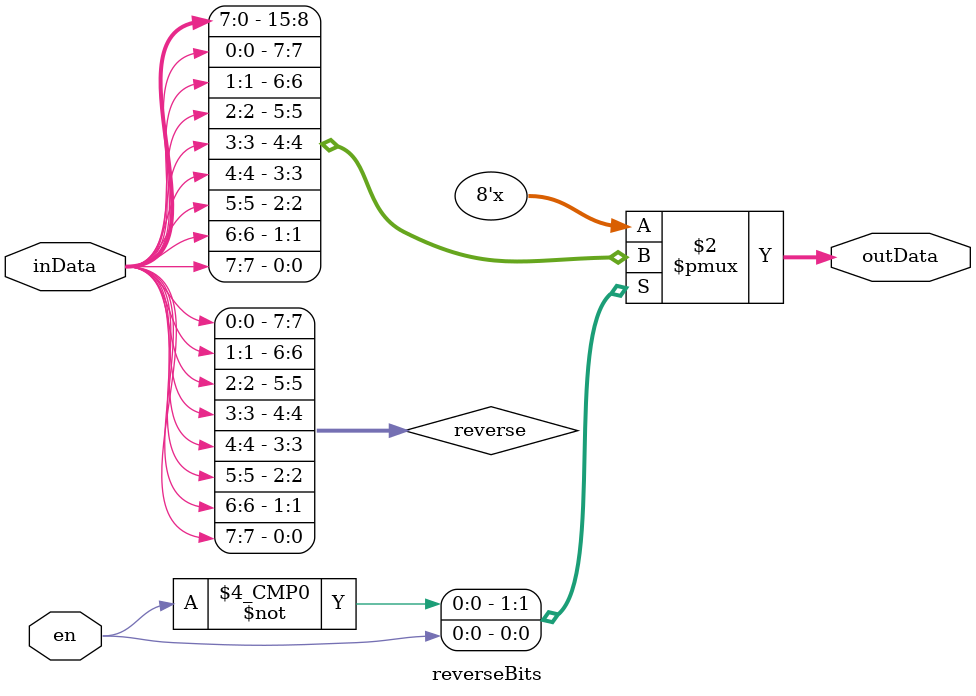
<source format=sv>
`timescale 1ns / 1ps


module reverseBits(
    input logic [7:0]inData,
    input logic en,
    output logic [7:0]outData
    );
    logic [7:0]reverse;
    generate
            genvar i;
            for (i = 0; i < 8; i = i +1)
                    assign reverse[7-i]=inData[i];
    endgenerate
    always_comb
        begin
            case(en)
                1'b0: outData = inData;
                1'b1: outData = reverse;
                default: outData = inData;
            endcase
        end
endmodule

</source>
